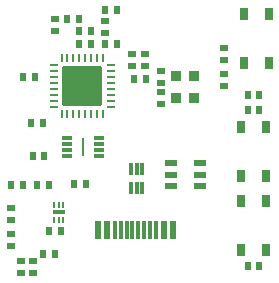
<source format=gtp>
G04*
G04 #@! TF.GenerationSoftware,Altium Limited,Altium Designer,22.10.1 (41)*
G04*
G04 Layer_Color=8421504*
%FSLAX44Y44*%
%MOMM*%
G71*
G04*
G04 #@! TF.SameCoordinates,4435170C-8FAF-4430-8920-974BABAA59A2*
G04*
G04*
G04 #@! TF.FilePolarity,Positive*
G04*
G01*
G75*
%ADD16R,0.2000X1.6000*%
%ADD17R,0.6000X1.5000*%
%ADD18R,0.3000X1.5000*%
%ADD19R,0.3000X0.9900*%
G04:AMPARAMS|DCode=20|XSize=0.9mm|YSize=0.8mm|CornerRadius=0.04mm|HoleSize=0mm|Usage=FLASHONLY|Rotation=270.000|XOffset=0mm|YOffset=0mm|HoleType=Round|Shape=RoundedRectangle|*
%AMROUNDEDRECTD20*
21,1,0.9000,0.7200,0,0,270.0*
21,1,0.8200,0.8000,0,0,270.0*
1,1,0.0800,-0.3600,-0.4100*
1,1,0.0800,-0.3600,0.4100*
1,1,0.0800,0.3600,0.4100*
1,1,0.0800,0.3600,-0.4100*
%
%ADD20ROUNDEDRECTD20*%
%ADD21R,0.7000X0.6000*%
%ADD22R,0.6000X0.7000*%
G04:AMPARAMS|DCode=23|XSize=3.45mm|YSize=3.45mm|CornerRadius=0.1725mm|HoleSize=0mm|Usage=FLASHONLY|Rotation=90.000|XOffset=0mm|YOffset=0mm|HoleType=Round|Shape=RoundedRectangle|*
%AMROUNDEDRECTD23*
21,1,3.4500,3.1050,0,0,90.0*
21,1,3.1050,3.4500,0,0,90.0*
1,1,0.3450,1.5525,1.5525*
1,1,0.3450,1.5525,-1.5525*
1,1,0.3450,-1.5525,-1.5525*
1,1,0.3450,-1.5525,1.5525*
%
%ADD23ROUNDEDRECTD23*%
G04:AMPARAMS|DCode=24|XSize=0.25mm|YSize=0.7mm|CornerRadius=0.0125mm|HoleSize=0mm|Usage=FLASHONLY|Rotation=270.000|XOffset=0mm|YOffset=0mm|HoleType=Round|Shape=RoundedRectangle|*
%AMROUNDEDRECTD24*
21,1,0.2500,0.6750,0,0,270.0*
21,1,0.2250,0.7000,0,0,270.0*
1,1,0.0250,-0.3375,-0.1125*
1,1,0.0250,-0.3375,0.1125*
1,1,0.0250,0.3375,0.1125*
1,1,0.0250,0.3375,-0.1125*
%
%ADD24ROUNDEDRECTD24*%
G04:AMPARAMS|DCode=25|XSize=0.25mm|YSize=0.7mm|CornerRadius=0.0125mm|HoleSize=0mm|Usage=FLASHONLY|Rotation=180.000|XOffset=0mm|YOffset=0mm|HoleType=Round|Shape=RoundedRectangle|*
%AMROUNDEDRECTD25*
21,1,0.2500,0.6750,0,0,180.0*
21,1,0.2250,0.7000,0,0,180.0*
1,1,0.0250,-0.1125,0.3375*
1,1,0.0250,0.1125,0.3375*
1,1,0.0250,0.1125,-0.3375*
1,1,0.0250,-0.1125,-0.3375*
%
%ADD25ROUNDEDRECTD25*%
%ADD26R,0.9000X0.3000*%
%ADD27R,0.0500X1.4500*%
%ADD28R,0.6500X1.0500*%
%ADD29R,1.0500X0.5500*%
%ADD30R,0.2000X0.6000*%
%ADD31R,0.9900X0.3500*%
D16*
X805997Y708498D02*
D03*
D17*
X826000Y638500D02*
D03*
X818000D02*
D03*
X882000D02*
D03*
X874000D02*
D03*
D18*
X832500D02*
D03*
X837500D02*
D03*
X842500D02*
D03*
X867500D02*
D03*
X862500D02*
D03*
X857500D02*
D03*
X852500D02*
D03*
X847500D02*
D03*
D19*
X856000Y690050D02*
D03*
X851000D02*
D03*
X846000D02*
D03*
Y673950D02*
D03*
X851000D02*
D03*
X856000D02*
D03*
D20*
X884750Y768250D02*
D03*
Y749750D02*
D03*
X899250Y768250D02*
D03*
Y749750D02*
D03*
D21*
X824000Y805000D02*
D03*
Y815000D02*
D03*
X925000Y770000D02*
D03*
Y760000D02*
D03*
X744500Y646500D02*
D03*
Y656500D02*
D03*
Y634500D02*
D03*
Y624500D02*
D03*
X753000Y602000D02*
D03*
Y612000D02*
D03*
X763000Y602000D02*
D03*
Y612000D02*
D03*
X872000Y773000D02*
D03*
Y763000D02*
D03*
Y745000D02*
D03*
Y755000D02*
D03*
X847000Y787000D02*
D03*
Y777000D02*
D03*
X858000Y787000D02*
D03*
Y777000D02*
D03*
X782000Y807000D02*
D03*
Y817000D02*
D03*
X925000Y792500D02*
D03*
Y782500D02*
D03*
D22*
X764880Y767620D02*
D03*
X754880D02*
D03*
X766500Y676500D02*
D03*
X776500D02*
D03*
X772000Y618000D02*
D03*
X782000D02*
D03*
X802000Y796000D02*
D03*
X812000D02*
D03*
X859000Y766000D02*
D03*
X849000D02*
D03*
X834000Y796000D02*
D03*
X824000D02*
D03*
X834000Y824000D02*
D03*
X824000D02*
D03*
X792000Y817000D02*
D03*
X802000D02*
D03*
X802000Y807000D02*
D03*
X812000D02*
D03*
X772000Y729000D02*
D03*
X762000D02*
D03*
X763000Y701000D02*
D03*
X773000D02*
D03*
X945000Y740000D02*
D03*
X955000D02*
D03*
X945000Y752500D02*
D03*
X955000D02*
D03*
X744500Y676500D02*
D03*
X754500D02*
D03*
X955000Y607500D02*
D03*
X945000D02*
D03*
X808000Y677000D02*
D03*
X798000D02*
D03*
X777000Y637000D02*
D03*
X787000D02*
D03*
D23*
X805000Y760000D02*
D03*
D24*
X829000Y777500D02*
D03*
Y772500D02*
D03*
Y767500D02*
D03*
Y762500D02*
D03*
Y757500D02*
D03*
Y752500D02*
D03*
Y747500D02*
D03*
Y742500D02*
D03*
X781000D02*
D03*
Y747500D02*
D03*
Y752500D02*
D03*
Y757500D02*
D03*
Y762500D02*
D03*
Y767500D02*
D03*
Y772500D02*
D03*
Y777500D02*
D03*
D25*
X822500Y736000D02*
D03*
X817500D02*
D03*
X812500D02*
D03*
X807500D02*
D03*
X802500D02*
D03*
X797500D02*
D03*
X792500D02*
D03*
X787500D02*
D03*
Y784000D02*
D03*
X792500D02*
D03*
X797500D02*
D03*
X802500D02*
D03*
X807500D02*
D03*
X812500D02*
D03*
X817500D02*
D03*
X822500D02*
D03*
D26*
X819500Y716000D02*
D03*
Y711000D02*
D03*
Y706000D02*
D03*
Y701000D02*
D03*
X792500Y716000D02*
D03*
Y711000D02*
D03*
Y706000D02*
D03*
Y701000D02*
D03*
D27*
X806000Y708500D02*
D03*
D28*
X963250Y820750D02*
D03*
Y779250D02*
D03*
X941750Y820750D02*
D03*
Y779250D02*
D03*
X960750Y725750D02*
D03*
Y684250D02*
D03*
X939250Y725750D02*
D03*
Y684250D02*
D03*
Y621250D02*
D03*
Y662750D02*
D03*
X960750Y621250D02*
D03*
Y662750D02*
D03*
D29*
X905000Y675500D02*
D03*
Y685000D02*
D03*
Y694500D02*
D03*
X880000D02*
D03*
Y685000D02*
D03*
Y675500D02*
D03*
D30*
X789000Y659500D02*
D03*
X785000D02*
D03*
X781000D02*
D03*
Y646500D02*
D03*
X785000D02*
D03*
X789000D02*
D03*
D31*
X785000Y653000D02*
D03*
M02*

</source>
